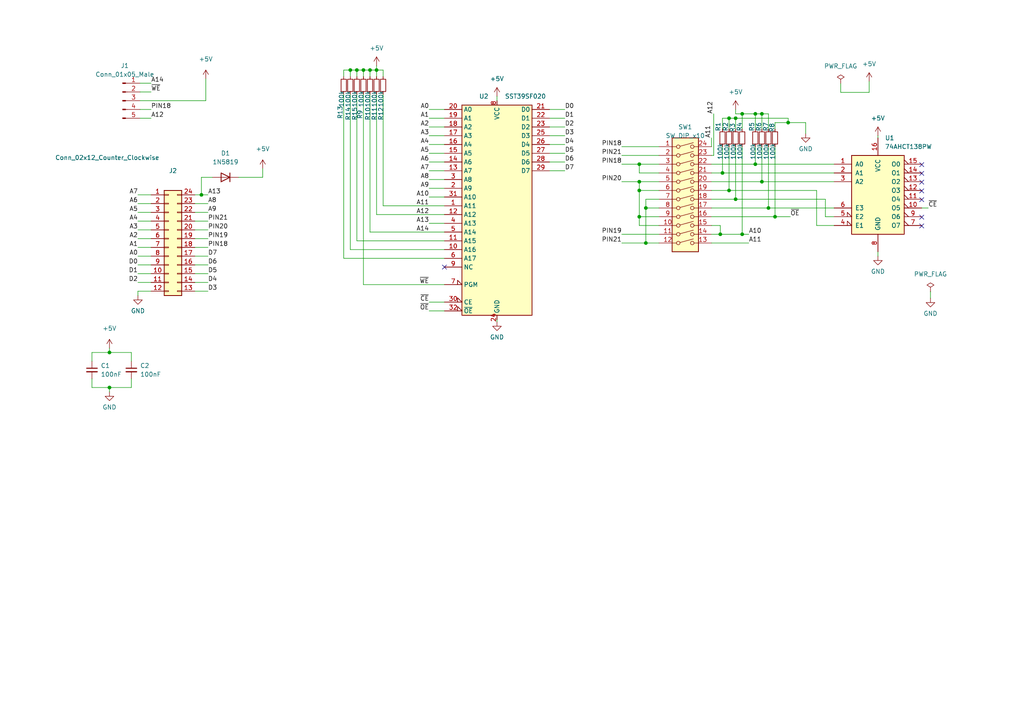
<source format=kicad_sch>
(kicad_sch (version 20230121) (generator eeschema)
  (paper "A4")
  (title_block (title "EPROM Replacer") (date "2022-09-24") (rev "1.01"))
  (lib_symbols
    (symbol "74xx:74LS138" (pin_names (offset 1.016))
      (property "Reference" "U" (at -7.62 11.43 0))
      (property "Value" "74LS138" (at -7.62 -13.97 0))
      (symbol "74LS138_1_0"
        (pin input line (at -12.7 7.62 0) (length 5.08) (name "A0") (number "1"))
        (pin output output_low (at 12.7 -5.08 180) (length 5.08) (name "O5") (number "10"))
        (pin output output_low (at 12.7 -2.54 180) (length 5.08) (name "O4") (number "11"))
        (pin output output_low (at 12.7 0 180) (length 5.08) (name "O3") (number "12"))
        (pin output output_low (at 12.7 2.54 180) (length 5.08) (name "O2") (number "13"))
        (pin output output_low (at 12.7 5.08 180) (length 5.08) (name "O1") (number "14"))
        (pin output output_low (at 12.7 7.62 180) (length 5.08) (name "O0") (number "15"))
        (pin power_in line (at 0 15.24 270) (length 5.08) (name "VCC") (number "16"))
        (pin input line (at -12.7 5.08 0) (length 5.08) (name "A1") (number "2"))
        (pin input line (at -12.7 2.54 0) (length 5.08) (name "A2") (number "3"))
        (pin input input_low (at -12.7 -10.16 0) (length 5.08) (name "E1") (number "4"))
        (pin input input_low (at -12.7 -7.62 0) (length 5.08) (name "E2") (number "5"))
        (pin input line (at -12.7 -5.08 0) (length 5.08) (name "E3") (number "6"))
        (pin output output_low (at 12.7 -10.16 180) (length 5.08) (name "O7") (number "7"))
        (pin power_in line (at 0 -17.78 90) (length 5.08) (name "GND") (number "8"))
        (pin output output_low (at 12.7 -7.62 180) (length 5.08) (name "O6") (number "9"))
      )
      (symbol "74LS138_1_1"
        (rectangle (start -7.62 10.16) (end 7.62 -12.7) (stroke (width 0.254)) (fill (type background)))
      )
    )
    (symbol "Connector:Conn_01x05_Male" (pin_names (offset 1.016) hide)
      (property "Reference" "J" (at 0 7.62 0))
      (property "Value" "Conn_01x05_Male" (at 0 -7.62 0))
      (symbol "Conn_01x05_Male_1_1"
        (polyline (pts (xy 1.27 -5.08) (xy 0.8636 -5.08)) (stroke (width 0.1524)))
        (polyline (pts (xy 1.27 -2.54) (xy 0.8636 -2.54)) (stroke (width 0.1524)))
        (polyline (pts (xy 1.27 0) (xy 0.8636 0)) (stroke (width 0.1524)))
        (polyline (pts (xy 1.27 2.54) (xy 0.8636 2.54)) (stroke (width 0.1524)))
        (polyline (pts (xy 1.27 5.08) (xy 0.8636 5.08)) (stroke (width 0.1524)))
        (rectangle (start 0.8636 -4.953) (end 0 -5.207) (stroke (width 0.1524)) (fill (type outline)))
        (rectangle (start 0.8636 -2.413) (end 0 -2.667) (stroke (width 0.1524)) (fill (type outline)))
        (rectangle (start 0.8636 0.127) (end 0 -0.127) (stroke (width 0.1524)) (fill (type outline)))
        (rectangle (start 0.8636 2.667) (end 0 2.413) (stroke (width 0.1524)) (fill (type outline)))
        (rectangle (start 0.8636 5.207) (end 0 4.953) (stroke (width 0.1524)) (fill (type outline)))
        (pin passive line (at 5.08 5.08 180) (length 3.81) (name "Pin_1") (number "1"))
        (pin passive line (at 5.08 2.54 180) (length 3.81) (name "Pin_2") (number "2"))
        (pin passive line (at 5.08 0 180) (length 3.81) (name "Pin_3") (number "3"))
        (pin passive line (at 5.08 -2.54 180) (length 3.81) (name "Pin_4") (number "4"))
        (pin passive line (at 5.08 -5.08 180) (length 3.81) (name "Pin_5") (number "5"))
      )
    )
    (symbol "Connector_Generic:Conn_02x12_Counter_Clockwise" (pin_names (offset 1.016) hide)
      (property "Reference" "J" (at 1.27 15.24 0))
      (property "Value" "Conn_02x12_Counter_Clockwise" (at 1.27 -17.78 0))
      (symbol "Conn_02x12_Counter_Clockwise_1_1"
        (rectangle (start -1.27 -15.113) (end 0 -15.367) (stroke (width 0.1524)))
        (rectangle (start -1.27 -12.573) (end 0 -12.827) (stroke (width 0.1524)))
        (rectangle (start -1.27 -10.033) (end 0 -10.287) (stroke (width 0.1524)))
        (rectangle (start -1.27 -7.493) (end 0 -7.747) (stroke (width 0.1524)))
        (rectangle (start -1.27 -4.953) (end 0 -5.207) (stroke (width 0.1524)))
        (rectangle (start -1.27 -2.413) (end 0 -2.667) (stroke (width 0.1524)))
        (rectangle (start -1.27 0.127) (end 0 -0.127) (stroke (width 0.1524)))
        (rectangle (start -1.27 2.667) (end 0 2.413) (stroke (width 0.1524)))
        (rectangle (start -1.27 5.207) (end 0 4.953) (stroke (width 0.1524)))
        (rectangle (start -1.27 7.747) (end 0 7.493) (stroke (width 0.1524)))
        (rectangle (start -1.27 10.287) (end 0 10.033) (stroke (width 0.1524)))
        (rectangle (start -1.27 12.827) (end 0 12.573) (stroke (width 0.1524)))
        (rectangle (start -1.27 13.97) (end 3.81 -16.51) (stroke (width 0.254)) (fill (type background)))
        (rectangle (start 3.81 -15.113) (end 2.54 -15.367) (stroke (width 0.1524)))
        (rectangle (start 3.81 -12.573) (end 2.54 -12.827) (stroke (width 0.1524)))
        (rectangle (start 3.81 -10.033) (end 2.54 -10.287) (stroke (width 0.1524)))
        (rectangle (start 3.81 -7.493) (end 2.54 -7.747) (stroke (width 0.1524)))
        (rectangle (start 3.81 -4.953) (end 2.54 -5.207) (stroke (width 0.1524)))
        (rectangle (start 3.81 -2.413) (end 2.54 -2.667) (stroke (width 0.1524)))
        (rectangle (start 3.81 0.127) (end 2.54 -0.127) (stroke (width 0.1524)))
        (rectangle (start 3.81 2.667) (end 2.54 2.413) (stroke (width 0.1524)))
        (rectangle (start 3.81 5.207) (end 2.54 4.953) (stroke (width 0.1524)))
        (rectangle (start 3.81 7.747) (end 2.54 7.493) (stroke (width 0.1524)))
        (rectangle (start 3.81 10.287) (end 2.54 10.033) (stroke (width 0.1524)))
        (rectangle (start 3.81 12.827) (end 2.54 12.573) (stroke (width 0.1524)))
        (pin passive line (at -5.08 12.7 0) (length 3.81) (name "Pin_1") (number "1"))
        (pin passive line (at -5.08 -10.16 0) (length 3.81) (name "Pin_10") (number "10"))
        (pin passive line (at -5.08 -12.7 0) (length 3.81) (name "Pin_11") (number "11"))
        (pin passive line (at -5.08 -15.24 0) (length 3.81) (name "Pin_12") (number "12"))
        (pin passive line (at 7.62 -15.24 180) (length 3.81) (name "Pin_13") (number "13"))
        (pin passive line (at 7.62 -12.7 180) (length 3.81) (name "Pin_14") (number "14"))
        (pin passive line (at 7.62 -10.16 180) (length 3.81) (name "Pin_15") (number "15"))
        (pin passive line (at 7.62 -7.62 180) (length 3.81) (name "Pin_16") (number "16"))
        (pin passive line (at 7.62 -5.08 180) (length 3.81) (name "Pin_17") (number "17"))
        (pin passive line (at 7.62 -2.54 180) (length 3.81) (name "Pin_18") (number "18"))
        (pin passive line (at 7.62 0 180) (length 3.81) (name "Pin_19") (number "19"))
        (pin passive line (at -5.08 10.16 0) (length 3.81) (name "Pin_2") (number "2"))
        (pin passive line (at 7.62 2.54 180) (length 3.81) (name "Pin_20") (number "20"))
        (pin passive line (at 7.62 5.08 180) (length 3.81) (name "Pin_21") (number "21"))
        (pin passive line (at 7.62 7.62 180) (length 3.81) (name "Pin_22") (number "22"))
        (pin passive line (at 7.62 10.16 180) (length 3.81) (name "Pin_23") (number "23"))
        (pin passive line (at 7.62 12.7 180) (length 3.81) (name "Pin_24") (number "24"))
        (pin passive line (at -5.08 7.62 0) (length 3.81) (name "Pin_3") (number "3"))
        (pin passive line (at -5.08 5.08 0) (length 3.81) (name "Pin_4") (number "4"))
        (pin passive line (at -5.08 2.54 0) (length 3.81) (name "Pin_5") (number "5"))
        (pin passive line (at -5.08 0 0) (length 3.81) (name "Pin_6") (number "6"))
        (pin passive line (at -5.08 -2.54 0) (length 3.81) (name "Pin_7") (number "7"))
        (pin passive line (at -5.08 -5.08 0) (length 3.81) (name "Pin_8") (number "8"))
        (pin passive line (at -5.08 -7.62 0) (length 3.81) (name "Pin_9") (number "9"))
      )
    )
    (symbol "Device:C_Small" (pin_numbers hide) (pin_names (offset 0.254) hide)
      (property "Reference" "C" (at 0.254 1.778 0))
      (property "Value" "C_Small" (at 0.254 -2.032 0))
      (symbol "C_Small_0_1"
        (polyline (pts (xy -1.524 -0.508) (xy 1.524 -0.508)) (stroke (width 0.3302)))
        (polyline (pts (xy -1.524 0.508) (xy 1.524 0.508)) (stroke (width 0.3048)))
      )
      (symbol "C_Small_1_1"
        (pin passive line (at 0 2.54 270) (length 2.032) (name "~") (number "1"))
        (pin passive line (at 0 -2.54 90) (length 2.032) (name "~") (number "2"))
      )
    )
    (symbol "Device:D" (pin_numbers hide) (pin_names (offset 1.016) hide)
      (property "Reference" "D" (at 0 2.54 0))
      (property "Value" "D" (at 0 -2.54 0))
      (symbol "D_0_1"
        (polyline (pts (xy -1.27 1.27) (xy -1.27 -1.27)) (stroke (width 0.254)))
        (polyline (pts (xy 1.27 0) (xy -1.27 0)))
        (polyline (pts (xy 1.27 1.27) (xy 1.27 -1.27) (xy -1.27 0) (xy 1.27 1.27)) (stroke (width 0.254)))
      )
      (symbol "D_1_1"
        (pin passive line (at -3.81 0 0) (length 2.54) (name "K") (number "1"))
        (pin passive line (at 3.81 0 180) (length 2.54) (name "A") (number "2"))
      )
    )
    (symbol "Device:R_Small" (pin_numbers hide) (pin_names (offset 0.254) hide)
      (property "Reference" "R" (at 0.762 0.508 0))
      (property "Value" "R_Small" (at 0.762 -1.016 0))
      (symbol "R_Small_0_1"
        (rectangle (start -0.762 1.778) (end 0.762 -1.778) (stroke (width 0.2032)))
      )
      (symbol "R_Small_1_1"
        (pin passive line (at 0 2.54 270) (length 0.762) (name "~") (number "1"))
        (pin passive line (at 0 -2.54 90) (length 0.762) (name "~") (number "2"))
      )
    )
    (symbol "Switch:SW_DIP_x12" (pin_names (offset 0) hide)
      (property "Reference" "SW" (at 0 19.05 0))
      (property "Value" "SW_DIP_x12" (at 0 -16.51 0))
      (symbol "SW_DIP_x12_0_0"
        (circle (center -2.032 -12.7) (radius 0.508))
        (circle (center -2.032 -10.16) (radius 0.508))
        (circle (center -2.032 -7.62) (radius 0.508))
        (circle (center -2.032 -5.08) (radius 0.508))
        (circle (center -2.032 -2.54) (radius 0.508))
        (circle (center -2.032 0) (radius 0.508))
        (circle (center -2.032 2.54) (radius 0.508))
        (circle (center -2.032 5.08) (radius 0.508))
        (circle (center -2.032 7.62) (radius 0.508))
        (circle (center -2.032 10.16) (radius 0.508))
        (circle (center -2.032 12.7) (radius 0.508))
        (circle (center -2.032 15.24) (radius 0.508))
        (polyline (pts (xy -1.524 -12.5476) (xy 2.3622 -11.5062)))
        (polyline (pts (xy -1.524 -10.0076) (xy 2.3622 -8.9662)))
        (polyline (pts (xy -1.524 -7.4676) (xy 2.3622 -6.4262)))
        (polyline (pts (xy -1.524 -4.9276) (xy 2.3622 -3.8862)))
        (polyline (pts (xy -1.524 -2.3876) (xy 2.3622 -1.3462)))
        (polyline (pts (xy -1.524 0.127) (xy 2.3622 1.1684)))
        (polyline (pts (xy -1.524 2.667) (xy 2.3622 3.7084)))
        (polyline (pts (xy -1.524 5.207) (xy 2.3622 6.2484)))
        (polyline (pts (xy -1.524 7.747) (xy 2.3622 8.7884)))
        (polyline (pts (xy -1.524 10.287) (xy 2.3622 11.3284)))
        (polyline (pts (xy -1.524 12.827) (xy 2.3622 13.8684)))
        (polyline (pts (xy -1.524 15.367) (xy 2.3622 16.4084)))
        (circle (center 2.032 -12.7) (radius 0.508))
        (circle (center 2.032 -10.16) (radius 0.508))
        (circle (center 2.032 -7.62) (radius 0.508))
        (circle (center 2.032 -5.08) (radius 0.508))
        (circle (center 2.032 -2.54) (radius 0.508))
        (circle (center 2.032 0) (radius 0.508))
        (circle (center 2.032 2.54) (radius 0.508))
        (circle (center 2.032 5.08) (radius 0.508))
        (circle (center 2.032 7.62) (radius 0.508))
        (circle (center 2.032 10.16) (radius 0.508))
        (circle (center 2.032 12.7) (radius 0.508))
        (circle (center 2.032 15.24) (radius 0.508))
      )
      (symbol "SW_DIP_x12_0_1"
        (rectangle (start -3.81 17.78) (end 3.81 -15.24) (stroke (width 0.254)) (fill (type background)))
      )
      (symbol "SW_DIP_x12_1_1"
        (pin passive line (at -7.62 15.24 0) (length 5.08) (name "~") (number "1"))
        (pin passive line (at -7.62 -7.62 0) (length 5.08) (name "~") (number "10"))
        (pin passive line (at -7.62 -10.16 0) (length 5.08) (name "~") (number "11"))
        (pin passive line (at -7.62 -12.7 0) (length 5.08) (name "~") (number "12"))
        (pin passive line (at 7.62 -12.7 180) (length 5.08) (name "~") (number "13"))
        (pin passive line (at 7.62 -10.16 180) (length 5.08) (name "~") (number "14"))
        (pin passive line (at 7.62 -7.62 180) (length 5.08) (name "~") (number "15"))
        (pin passive line (at 7.62 -5.08 180) (length 5.08) (name "~") (number "16"))
        (pin passive line (at 7.62 -2.54 180) (length 5.08) (name "~") (number "17"))
        (pin passive line (at 7.62 0 180) (length 5.08) (name "~") (number "18"))
        (pin passive line (at 7.62 2.54 180) (length 5.08) (name "~") (number "19"))
        (pin passive line (at -7.62 12.7 0) (length 5.08) (name "~") (number "2"))
        (pin passive line (at 7.62 5.08 180) (length 5.08) (name "~") (number "20"))
        (pin passive line (at 7.62 7.62 180) (length 5.08) (name "~") (number "21"))
        (pin passive line (at 7.62 10.16 180) (length 5.08) (name "~") (number "22"))
        (pin passive line (at 7.62 12.7 180) (length 5.08) (name "~") (number "23"))
        (pin passive line (at 7.62 15.24 180) (length 5.08) (name "~") (number "24"))
        (pin passive line (at -7.62 10.16 0) (length 5.08) (name "~") (number "3"))
        (pin passive line (at -7.62 7.62 0) (length 5.08) (name "~") (number "4"))
        (pin passive line (at -7.62 5.08 0) (length 5.08) (name "~") (number "5"))
        (pin passive line (at -7.62 2.54 0) (length 5.08) (name "~") (number "6"))
        (pin passive line (at -7.62 0 0) (length 5.08) (name "~") (number "7"))
        (pin passive line (at -7.62 -2.54 0) (length 5.08) (name "~") (number "8"))
        (pin passive line (at -7.62 -5.08 0) (length 5.08) (name "~") (number "9"))
      )
    )
    (symbol "eprom_replacer:SST39SF020_tsop"
      (property "Reference" "U" (at 2.54 33.02 0))
      (property "Value" "SST39SF020_tsop" (at -0.635 -32.385 0))
      (symbol "SST39SF020_tsop_0_0"
        (pin power_in line (at 0 -30.48 90) (length 1.27) (name "GND") (number "24"))
        (pin power_in line (at 0 33.02 270) (length 1.27) (name "VCC") (number "8"))
      )
      (symbol "SST39SF020_tsop_0_1"
        (rectangle (start -10.16 31.75) (end 10.16 -29.21) (stroke (width 0.254)) (fill (type background)))
      )
      (symbol "SST39SF020_tsop_1_1"
        (pin input line (at -15.24 2.54 0) (length 5.08) (name "A11") (number "1"))
        (pin input line (at -15.24 -10.16 0) (length 5.08) (name "A16") (number "10"))
        (pin input line (at -15.24 -7.62 0) (length 5.08) (name "A15") (number "11"))
        (pin input line (at -15.24 0 0) (length 5.08) (name "A12") (number "12"))
        (pin input line (at -15.24 12.7 0) (length 5.08) (name "A7") (number "13"))
        (pin input line (at -15.24 15.24 0) (length 5.08) (name "A6") (number "14"))
        (pin input line (at -15.24 17.78 0) (length 5.08) (name "A5") (number "15"))
        (pin input line (at -15.24 20.32 0) (length 5.08) (name "A4") (number "16"))
        (pin input line (at -15.24 22.86 0) (length 5.08) (name "A3") (number "17"))
        (pin input line (at -15.24 25.4 0) (length 5.08) (name "A2") (number "18"))
        (pin input line (at -15.24 27.94 0) (length 5.08) (name "A1") (number "19"))
        (pin input line (at -15.24 7.62 0) (length 5.08) (name "A9") (number "2"))
        (pin input line (at -15.24 30.48 0) (length 5.08) (name "A0") (number "20"))
        (pin tri_state line (at 15.24 30.48 180) (length 5.08) (name "D0") (number "21"))
        (pin tri_state line (at 15.24 27.94 180) (length 5.08) (name "D1") (number "22"))
        (pin tri_state line (at 15.24 25.4 180) (length 5.08) (name "D2") (number "23"))
        (pin tri_state line (at 15.24 22.86 180) (length 5.08) (name "D3") (number "25"))
        (pin tri_state line (at 15.24 20.32 180) (length 5.08) (name "D4") (number "26"))
        (pin tri_state line (at 15.24 17.78 180) (length 5.08) (name "D5") (number "27"))
        (pin tri_state line (at 15.24 15.24 180) (length 5.08) (name "D6") (number "28"))
        (pin tri_state line (at 15.24 12.7 180) (length 5.08) (name "D7") (number "29"))
        (pin input line (at -15.24 10.16 0) (length 5.08) (name "A8") (number "3"))
        (pin input input_low (at -15.24 -25.4 0) (length 5.08) (name "CE") (number "30"))
        (pin input line (at -15.24 5.08 0) (length 5.08) (name "A10") (number "31"))
        (pin input input_low (at -15.24 -27.94 0) (length 5.08) (name "~{OE}") (number "32"))
        (pin input line (at -15.24 -2.54 0) (length 5.08) (name "A13") (number "4"))
        (pin input line (at -15.24 -5.08 0) (length 5.08) (name "A14") (number "5"))
        (pin input line (at -15.24 -12.7 0) (length 5.08) (name "A17") (number "6"))
        (pin input input_low (at -15.24 -20.32 0) (length 5.08) (name "PGM") (number "7"))
        (pin input line (at -15.24 -15.24 0) (length 5.08) (name "NC") (number "9"))
      )
    )
    (symbol "power:+5V" (power) (pin_names (offset 0))
      (property "Value" "+5V" (at 0 3.556 0))
      (symbol "+5V_0_1"
        (polyline (pts (xy -0.762 1.27) (xy 0 2.54)))
        (polyline (pts (xy 0 0) (xy 0 2.54)))
        (polyline (pts (xy 0 2.54) (xy 0.762 1.27)))
      )
      (symbol "+5V_1_1"
        (pin power_in line (at 0 0 90) (length 0) hide (name "+5V") (number "1"))
      )
    )
    (symbol "power:GND" (power) (pin_names (offset 0))
      (property "Value" "GND" (at 0 -3.81 0))
      (symbol "GND_0_1"
        (polyline (pts (xy 0 0) (xy 0 -1.27) (xy 1.27 -1.27) (xy 0 -2.54) (xy -1.27 -1.27) (xy 0 -1.27)))
      )
      (symbol "GND_1_1"
        (pin power_in line (at 0 0 270) (length 0) hide (name "GND") (number "1"))
      )
    )
    (symbol "power:PWR_FLAG" (power) (pin_numbers hide) (pin_names (offset 0) hide)
      (property "Value" "PWR_FLAG" (at 0 3.81 0))
      (symbol "PWR_FLAG_0_0"
        (pin power_out line (at 0 0 90) (length 0) (name "pwr") (number "1"))
      )
      (symbol "PWR_FLAG_0_1"
        (polyline (pts (xy 0 0) (xy 0 1.27) (xy -1.016 1.905) (xy 0 2.54) (xy 1.016 1.905) (xy 0 1.27)))
      )
    )
  )
  (junction (at 185.42 55.245))
  (junction (at 222.885 60.325))
  (junction (at 58.42 56.515))
  (junction (at 213.36 57.785))
  (junction (at 31.75 102.235))
  (junction (at 209.55 50.165))
  (junction (at 101.6 20.32))
  (junction (at 185.42 62.865))
  (junction (at 187.325 60.325))
  (junction (at 185.42 52.705))
  (junction (at 215.265 33.02))
  (junction (at 211.455 55.245))
  (junction (at 224.79 62.865))
  (junction (at 185.42 47.625))
  (junction (at 220.98 33.02))
  (junction (at 107.315 20.32))
  (junction (at 213.36 34.29))
  (junction (at 211.455 34.29))
  (junction (at 31.75 112.395))
  (junction (at 220.98 52.705))
  (junction (at 208.915 67.945))
  (junction (at 215.265 67.945))
  (junction (at 105.41 20.32))
  (junction (at 228.6 35.56))
  (junction (at 219.075 33.02))
  (junction (at 103.505 20.32))
  (junction (at 187.325 70.485))
  (junction (at 219.075 47.625))
  (junction (at 109.22 20.32))
  (no_connect (at 267.335 55.372))
  (no_connect (at 267.335 62.992))
  (no_connect (at 267.335 47.752))
  (no_connect (at 267.335 57.912))
  (no_connect (at 128.905 77.47))
  (no_connect (at 267.335 50.292))
  (no_connect (at 267.335 65.532))
  (no_connect (at 267.335 52.832))
  (wire (pts (xy 124.46 57.15) (xy 128.905 57.15)))
  (wire (pts (xy 58.42 56.515) (xy 58.42 51.435)))
  (wire (pts (xy 107.315 20.32) (xy 107.315 22.225)))
  (wire (pts (xy 213.36 34.29) (xy 228.6 34.29)))
  (wire (pts (xy 187.325 70.485) (xy 191.135 70.485)))
  (wire (pts (xy 159.385 39.37) (xy 163.83 39.37)))
  (wire (pts (xy 180.34 45.085) (xy 191.135 45.085)))
  (wire (pts (xy 60.325 56.515) (xy 58.42 56.515)))
  (wire (pts (xy 40.005 84.455) (xy 43.815 84.455)))
  (wire (pts (xy 159.385 44.45) (xy 163.83 44.45)))
  (wire (pts (xy 40.005 71.755) (xy 43.815 71.755)))
  (wire (pts (xy 241.935 62.865) (xy 239.395 62.865)))
  (wire (pts (xy 124.46 64.77) (xy 128.905 64.77)))
  (wire (pts (xy 40.64 31.75) (xy 43.815 31.75)))
  (wire (pts (xy 180.34 67.945) (xy 191.135 67.945)))
  (wire (pts (xy 220.98 33.02) (xy 220.98 37.465)))
  (wire (pts (xy 180.34 70.485) (xy 187.325 70.485)))
  (wire (pts (xy 185.42 62.865) (xy 185.42 65.405)))
  (wire (pts (xy 26.67 109.855) (xy 26.67 112.395)))
  (wire (pts (xy 269.875 84.582) (xy 269.875 86.487)))
  (wire (pts (xy 206.375 65.405) (xy 208.915 65.405)))
  (wire (pts (xy 124.46 46.99) (xy 128.905 46.99)))
  (wire (pts (xy 40.005 79.375) (xy 43.815 79.375)))
  (wire (pts (xy 40.005 59.055) (xy 43.815 59.055)))
  (wire (pts (xy 101.6 20.32) (xy 103.505 20.32)))
  (wire (pts (xy 215.265 33.02) (xy 213.36 33.02)))
  (wire (pts (xy 103.505 20.32) (xy 105.41 20.32)))
  (wire (pts (xy 40.005 81.915) (xy 43.815 81.915)))
  (wire (pts (xy 40.64 29.21) (xy 59.69 29.21)))
  (wire (pts (xy 217.17 67.945) (xy 215.265 67.945)))
  (wire (pts (xy 219.075 33.02) (xy 219.075 37.465)))
  (wire (pts (xy 185.42 47.625) (xy 185.42 50.165)))
  (wire (pts (xy 40.64 34.29) (xy 43.815 34.29)))
  (wire (pts (xy 215.265 42.545) (xy 215.265 67.945)))
  (wire (pts (xy 185.42 52.705) (xy 191.135 52.705)))
  (wire (pts (xy 159.385 34.29) (xy 163.83 34.29)))
  (wire (pts (xy 124.46 39.37) (xy 128.905 39.37)))
  (wire (pts (xy 38.1 112.395) (xy 38.1 109.855)))
  (wire (pts (xy 31.75 100.965) (xy 31.75 102.235)))
  (wire (pts (xy 254.635 39.37) (xy 254.635 40.005)))
  (wire (pts (xy 111.125 27.305) (xy 111.125 59.69)))
  (wire (pts (xy 159.385 36.83) (xy 163.83 36.83)))
  (wire (pts (xy 191.135 57.785) (xy 187.325 57.785)))
  (wire (pts (xy 206.375 50.165) (xy 209.55 50.165)))
  (wire (pts (xy 31.75 102.235) (xy 38.1 102.235)))
  (wire (pts (xy 40.005 56.515) (xy 43.815 56.515)))
  (wire (pts (xy 180.34 52.705) (xy 185.42 52.705)))
  (wire (pts (xy 243.84 26.797) (xy 252.095 26.797)))
  (wire (pts (xy 99.695 74.93) (xy 99.695 27.305)))
  (wire (pts (xy 31.75 112.395) (xy 38.1 112.395)))
  (wire (pts (xy 185.42 47.625) (xy 191.135 47.625)))
  (wire (pts (xy 107.315 27.305) (xy 107.315 67.31)))
  (wire (pts (xy 124.46 87.63) (xy 128.905 87.63)))
  (wire (pts (xy 185.42 55.245) (xy 191.135 55.245)))
  (wire (pts (xy 103.505 69.85) (xy 128.905 69.85)))
  (wire (pts (xy 109.22 19.05) (xy 109.22 20.32)))
  (wire (pts (xy 109.22 62.23) (xy 128.905 62.23)))
  (wire (pts (xy 107.315 67.31) (xy 128.905 67.31)))
  (wire (pts (xy 206.375 52.705) (xy 220.98 52.705)))
  (wire (pts (xy 187.325 60.325) (xy 187.325 70.485)))
  (wire (pts (xy 206.375 40.005) (xy 206.375 42.545)))
  (wire (pts (xy 58.42 56.515) (xy 56.515 56.515)))
  (wire (pts (xy 109.22 27.305) (xy 109.22 62.23)))
  (wire (pts (xy 220.98 52.705) (xy 241.935 52.705)))
  (wire (pts (xy 60.325 79.375) (xy 56.515 79.375)))
  (wire (pts (xy 101.6 20.32) (xy 101.6 22.225)))
  (wire (pts (xy 213.36 31.75) (xy 213.36 33.02)))
  (wire (pts (xy 211.455 55.245) (xy 236.855 55.245)))
  (wire (pts (xy 206.375 47.625) (xy 219.075 47.625)))
  (wire (pts (xy 60.325 71.755) (xy 56.515 71.755)))
  (wire (pts (xy 103.505 20.32) (xy 103.505 22.225)))
  (wire (pts (xy 38.1 102.235) (xy 38.1 104.775)))
  (wire (pts (xy 124.46 54.61) (xy 128.905 54.61)))
  (wire (pts (xy 124.46 36.83) (xy 128.905 36.83)))
  (wire (pts (xy 124.46 41.91) (xy 128.905 41.91)))
  (wire (pts (xy 222.885 33.02) (xy 220.98 33.02)))
  (wire (pts (xy 254.635 73.025) (xy 254.635 74.295)))
  (wire (pts (xy 60.325 66.675) (xy 56.515 66.675)))
  (wire (pts (xy 185.42 65.405) (xy 191.135 65.405)))
  (wire (pts (xy 40.005 69.215) (xy 43.815 69.215)))
  (wire (pts (xy 60.325 59.055) (xy 56.515 59.055)))
  (wire (pts (xy 208.915 67.945) (xy 206.375 67.945)))
  (wire (pts (xy 60.325 81.915) (xy 56.515 81.915)))
  (wire (pts (xy 206.375 45.085) (xy 207.01 45.085)))
  (wire (pts (xy 31.75 112.395) (xy 31.75 113.665)))
  (wire (pts (xy 209.55 50.165) (xy 241.935 50.165)))
  (wire (pts (xy 236.855 65.405) (xy 236.855 55.245)))
  (wire (pts (xy 144.145 92.71) (xy 144.145 93.345)))
  (wire (pts (xy 60.325 76.835) (xy 56.515 76.835)))
  (wire (pts (xy 224.79 35.56) (xy 224.79 37.465)))
  (wire (pts (xy 159.385 49.53) (xy 163.83 49.53)))
  (wire (pts (xy 185.42 50.165) (xy 191.135 50.165)))
  (wire (pts (xy 215.265 67.945) (xy 208.915 67.945)))
  (wire (pts (xy 209.55 42.545) (xy 209.55 50.165)))
  (wire (pts (xy 26.67 112.395) (xy 31.75 112.395)))
  (wire (pts (xy 59.69 22.86) (xy 59.69 29.21)))
  (wire (pts (xy 211.455 34.29) (xy 211.455 37.465)))
  (wire (pts (xy 206.375 62.865) (xy 224.79 62.865)))
  (wire (pts (xy 124.46 90.17) (xy 128.905 90.17)))
  (wire (pts (xy 60.325 61.595) (xy 56.515 61.595)))
  (wire (pts (xy 224.79 42.545) (xy 224.79 62.865)))
  (wire (pts (xy 40.005 66.675) (xy 43.815 66.675)))
  (wire (pts (xy 109.22 20.32) (xy 109.22 22.225)))
  (wire (pts (xy 206.375 60.325) (xy 222.885 60.325)))
  (wire (pts (xy 76.2 48.895) (xy 76.2 51.435)))
  (wire (pts (xy 224.79 62.865) (xy 229.235 62.865)))
  (wire (pts (xy 159.385 41.91) (xy 163.83 41.91)))
  (wire (pts (xy 239.395 62.865) (xy 239.395 57.785)))
  (wire (pts (xy 144.145 27.94) (xy 144.145 29.21)))
  (wire (pts (xy 209.55 34.29) (xy 209.55 37.465)))
  (wire (pts (xy 111.125 59.69) (xy 128.905 59.69)))
  (wire (pts (xy 159.385 46.99) (xy 163.83 46.99)))
  (wire (pts (xy 105.41 27.305) (xy 105.41 82.55)))
  (wire (pts (xy 213.36 57.785) (xy 206.375 57.785)))
  (wire (pts (xy 217.17 70.485) (xy 206.375 70.485)))
  (wire (pts (xy 187.325 60.325) (xy 191.135 60.325)))
  (wire (pts (xy 213.36 42.545) (xy 213.36 57.785)))
  (wire (pts (xy 222.885 42.545) (xy 222.885 60.325)))
  (wire (pts (xy 239.395 57.785) (xy 213.36 57.785)))
  (wire (pts (xy 40.005 61.595) (xy 43.815 61.595)))
  (wire (pts (xy 101.6 72.39) (xy 128.905 72.39)))
  (wire (pts (xy 211.455 34.29) (xy 209.55 34.29)))
  (wire (pts (xy 69.215 51.435) (xy 76.2 51.435)))
  (wire (pts (xy 213.36 34.29) (xy 213.36 37.465)))
  (wire (pts (xy 180.34 47.625) (xy 185.42 47.625)))
  (wire (pts (xy 222.885 33.02) (xy 222.885 37.465)))
  (wire (pts (xy 105.41 20.32) (xy 105.41 22.225)))
  (wire (pts (xy 124.46 31.75) (xy 128.905 31.75)))
  (wire (pts (xy 107.315 20.32) (xy 105.41 20.32)))
  (wire (pts (xy 224.79 35.56) (xy 228.6 35.56)))
  (wire (pts (xy 124.46 52.07) (xy 128.905 52.07)))
  (wire (pts (xy 26.67 104.775) (xy 26.67 102.235)))
  (wire (pts (xy 220.98 33.02) (xy 219.075 33.02)))
  (wire (pts (xy 222.885 60.325) (xy 241.935 60.325)))
  (wire (pts (xy 124.46 49.53) (xy 128.905 49.53)))
  (wire (pts (xy 243.84 24.257) (xy 243.84 26.797)))
  (wire (pts (xy 26.67 102.235) (xy 31.75 102.235)))
  (wire (pts (xy 215.265 33.02) (xy 215.265 37.465)))
  (wire (pts (xy 103.505 69.85) (xy 103.505 27.305)))
  (wire (pts (xy 109.22 20.32) (xy 107.315 20.32)))
  (wire (pts (xy 207.01 33.02) (xy 207.01 45.085)))
  (wire (pts (xy 185.42 55.245) (xy 185.42 62.865)))
  (wire (pts (xy 99.695 74.93) (xy 128.905 74.93)))
  (wire (pts (xy 60.325 84.455) (xy 56.515 84.455)))
  (wire (pts (xy 124.46 44.45) (xy 128.905 44.45)))
  (wire (pts (xy 40.005 74.295) (xy 43.815 74.295)))
  (wire (pts (xy 60.325 74.295) (xy 56.515 74.295)))
  (wire (pts (xy 219.075 42.545) (xy 219.075 47.625)))
  (wire (pts (xy 40.005 84.455) (xy 40.005 85.725)))
  (wire (pts (xy 159.385 31.75) (xy 163.83 31.75)))
  (wire (pts (xy 60.325 64.135) (xy 56.515 64.135)))
  (wire (pts (xy 267.335 60.325) (xy 269.24 60.325)))
  (wire (pts (xy 111.125 20.32) (xy 111.125 22.225)))
  (wire (pts (xy 219.075 33.02) (xy 215.265 33.02)))
  (wire (pts (xy 211.455 42.545) (xy 211.455 55.245)))
  (wire (pts (xy 187.325 57.785) (xy 187.325 60.325)))
  (wire (pts (xy 40.64 26.67) (xy 43.815 26.67)))
  (wire (pts (xy 109.22 20.32) (xy 111.125 20.32)))
  (wire (pts (xy 99.695 20.32) (xy 99.695 22.225)))
  (wire (pts (xy 40.005 64.135) (xy 43.815 64.135)))
  (wire (pts (xy 228.6 35.56) (xy 233.68 35.56)))
  (wire (pts (xy 180.34 42.545) (xy 191.135 42.545)))
  (wire (pts (xy 241.935 65.405) (xy 236.855 65.405)))
  (wire (pts (xy 233.68 35.56) (xy 233.68 38.735)))
  (wire (pts (xy 40.64 24.13) (xy 43.815 24.13)))
  (wire (pts (xy 185.42 52.705) (xy 185.42 55.245)))
  (wire (pts (xy 60.325 69.215) (xy 56.515 69.215)))
  (wire (pts (xy 99.695 20.32) (xy 101.6 20.32)))
  (wire (pts (xy 105.41 82.55) (xy 128.905 82.55)))
  (wire (pts (xy 124.46 34.29) (xy 128.905 34.29)))
  (wire (pts (xy 58.42 51.435) (xy 61.595 51.435)))
  (wire (pts (xy 208.915 65.405) (xy 208.915 67.945)))
  (wire (pts (xy 228.6 34.29) (xy 228.6 35.56)))
  (wire (pts (xy 206.375 55.245) (xy 211.455 55.245)))
  (wire (pts (xy 219.075 47.625) (xy 241.935 47.625)))
  (wire (pts (xy 220.98 42.545) (xy 220.98 52.705)))
  (wire (pts (xy 252.095 23.622) (xy 252.095 26.797)))
  (wire (pts (xy 101.6 72.39) (xy 101.6 27.305)))
  (wire (pts (xy 185.42 62.865) (xy 191.135 62.865)))
  (wire (pts (xy 40.005 76.835) (xy 43.815 76.835)))
  (wire (pts (xy 213.36 34.29) (xy 211.455 34.29)))
  (label "A13" (at 60.325 56.515 0))
  (label "~{WE}" (at 124.46 82.55 180))
  (label "A4" (at 124.46 41.91 180))
  (label "D3" (at 163.83 39.37 0))
  (label "A11" (at 124.46 59.69 180))
  (label "D2" (at 163.83 36.83 0))
  (label "A2" (at 124.46 36.83 180))
  (label "A13" (at 124.46 64.77 180))
  (label "A0" (at 124.46 31.75 180))
  (label "D7" (at 60.325 74.295 0))
  (label "~{WE}" (at 43.815 26.67 0))
  (label "PIN19" (at 180.34 67.945 180))
  (label "~{CE}" (at 124.46 87.63 180))
  (label "PIN19" (at 60.325 69.215 0))
  (label "A3" (at 124.46 39.37 180))
  (label "D5" (at 163.83 44.45 0))
  (label "A14" (at 124.46 67.31 180))
  (label "A1" (at 40.005 71.755 180))
  (label "A0" (at 40.005 74.295 180))
  (label "A1" (at 124.46 34.29 180))
  (label "A12" (at 43.815 34.29 0))
  (label "D4" (at 60.325 81.915 0))
  (label "PIN20" (at 60.325 66.675 0))
  (label "A8" (at 124.46 52.07 180))
  (label "A8" (at 60.325 59.055 0))
  (label "D1" (at 163.83 34.29 0))
  (label "A4" (at 40.005 64.135 180))
  (label "A12" (at 124.46 62.23 180))
  (label "PIN18" (at 180.34 42.545 180))
  (label "A9" (at 60.325 61.595 0))
  (label "D0" (at 40.005 76.835 180))
  (label "A2" (at 40.005 69.215 180))
  (label "PIN18" (at 180.34 47.625 180))
  (label "D6" (at 163.83 46.99 0))
  (label "A7" (at 40.005 56.515 180))
  (label "A3" (at 40.005 66.675 180))
  (label "PIN21" (at 60.325 64.135 0))
  (label "~{OE}" (at 124.46 90.17 180))
  (label "D0" (at 163.83 31.75 0))
  (label "PIN21" (at 180.34 70.485 180))
  (label "A11" (at 206.375 40.005 90))
  (label "PIN18" (at 43.815 31.75 0))
  (label "PIN18" (at 60.325 71.755 0))
  (label "D2" (at 40.005 81.915 180))
  (label "A12" (at 207.01 33.02 90))
  (label "A6" (at 124.46 46.99 180))
  (label "A10" (at 217.17 67.945 0))
  (label "D3" (at 60.325 84.455 0))
  (label "A11" (at 217.17 70.485 0))
  (label "A7" (at 124.46 49.53 180))
  (label "A6" (at 40.005 59.055 180))
  (label "D4" (at 163.83 41.91 0))
  (label "A10" (at 124.46 57.15 180))
  (label "PIN20" (at 180.34 52.705 180))
  (label "~{CE}" (at 269.24 60.325 0))
  (label "D7" (at 163.83 49.53 0))
  (label "A14" (at 43.815 24.13 0))
  (label "D5" (at 60.325 79.375 0))
  (label "D6" (at 60.325 76.835 0))
  (label "~{OE}" (at 229.235 62.865 0))
  (label "A5" (at 124.46 44.45 180))
  (label "PIN21" (at 180.34 45.085 180))
  (label "D1" (at 40.005 79.375 180))
  (label "A9" (at 124.46 54.61 180))
  (label "A5" (at 40.005 61.595 180))
  (symbol (lib_id "Device:D") (at 65.405 51.435 180) (unit 1)
    (property "Reference" "D1" (at 65.405 44.45 0))
    (property "Value" "1N5819" (at 65.405 46.99 0))
    (property "Footprint" "Diode_SMD:D_SOD-323" (effects hide))
    (property "LCSC" "C191023" (effects hide))
  )
  (symbol (lib_id "power:+5V") (at 76.2 48.895 0) (unit 1)
    (property "Reference" "#PWR0102" (effects hide))
    (property "Value" "+5V" (at 76.2 43.18 0))
  )
  (symbol (lib_id "Device:R_Small") (at 105.41 24.765 0) (unit 1)
    (property "Reference" "R9" (at 104.394 34.544 90) (effects (justify left)))
    (property "Value" "100k" (at 104.775 31.115 90) (effects (justify left)))
    (property "Footprint" "Resistor_SMD:R_0402_1005Metric" (effects hide))
    (property "LCSC" "C25741" (effects hide))
  )
  (symbol (lib_id "power:GND") (at 40.005 85.725 0) (unit 1)
    (property "Reference" "#PWR0105" (effects hide))
    (property "Value" "GND" (at 40.005 90.17 0))
  )
  (symbol (lib_id "power:+5V") (at 254.635 39.37 0) (unit 1)
    (property "Reference" "#PWR0107" (effects hide))
    (property "Value" "+5V" (at 254.635 34.29 0))
  )
  (symbol (lib_id "power:+5V") (at 59.69 22.86 0) (unit 1)
    (property "Reference" "#PWR0101" (effects hide))
    (property "Value" "+5V" (at 59.69 17.145 0))
  )
  (symbol (lib_id "Device:C_Small") (at 38.1 107.315 0) (unit 1)
    (property "Reference" "C2" (at 40.64 106.0512 0) (effects (justify left)))
    (property "Value" "100nF" (at 40.64 108.5912 0) (effects (justify left)))
    (property "Footprint" "Capacitor_SMD:C_0402_1005Metric" (effects hide))
    (property "LCSC" "C1525" (effects hide))
  )
  (symbol (lib_id "Device:R_Small") (at 222.885 40.005 0) (unit 1)
    (property "Reference" "R7" (at 222.123 38.1 90) (effects (justify left)))
    (property "Value" "100k" (at 222.25 46.355 90) (effects (justify left)))
    (property "Footprint" "Resistor_SMD:R_0402_1005Metric" (effects hide))
    (property "LCSC" "C25741" (effects hide))
  )
  (symbol (lib_id "Device:R_Small") (at 224.79 40.005 0) (unit 1)
    (property "Reference" "R8" (at 223.901 38.354 90) (effects (justify left)))
    (property "Value" "100k" (at 224.155 46.355 90) (effects (justify left)))
    (property "Footprint" "Resistor_SMD:R_0402_1005Metric" (effects hide))
    (property "LCSC" "C25741" (effects hide))
  )
  (symbol (lib_id "Device:R_Small") (at 107.315 24.765 0) (unit 1)
    (property "Reference" "R10" (at 106.68 34.925 90) (effects (justify left)))
    (property "Value" "100k" (at 106.68 31.115 90) (effects (justify left)))
    (property "Footprint" "Resistor_SMD:R_0402_1005Metric" (effects hide))
    (property "LCSC" "C25741" (effects hide))
  )
  (symbol (lib_id "eprom_replacer:SST39SF020_tsop") (at 144.145 62.23 0) (unit 1)
    (property "Reference" "U2" (at 140.335 27.94 0))
    (property "Value" "SST39SF020" (at 152.4 27.94 0))
    (property "Footprint" "Package_SO:TSOP-I-32_14.4x8mm_P0.5mm" (effects hide))
    (property "Datasheet" "http://ww1.microchip.com/downloads/en/DeviceDoc/25022B.pdf" (effects hide))
    (property "LCSC" "C8205" (effects hide))
  )
  (symbol (lib_id "power:+5V") (at 213.36 31.75 0) (unit 1)
    (property "Reference" "#PWR0110" (effects hide))
    (property "Value" "+5V" (at 213.36 26.67 0))
  )
  (symbol (lib_id "power:GND") (at 31.75 113.665 0) (unit 1)
    (property "Reference" "#PWR0112" (effects hide))
    (property "Value" "GND" (at 31.75 118.11 0))
  )
  (symbol (lib_id "power:+5V") (at 109.22 19.05 0) (unit 1)
    (property "Reference" "#PWR0104" (effects hide))
    (property "Value" "+5V" (at 109.22 13.97 0))
  )
  (symbol (lib_id "Device:R_Small") (at 211.455 40.005 0) (unit 1)
    (property "Reference" "R2" (at 210.439 38.1 90) (effects (justify left)))
    (property "Value" "100k" (at 210.82 46.355 90) (effects (justify left)))
    (property "Footprint" "Resistor_SMD:R_0402_1005Metric" (effects hide))
    (property "LCSC" "C25741" (effects hide))
  )
  (symbol (lib_id "Device:R_Small") (at 101.6 24.765 0) (unit 1)
    (property "Reference" "R14" (at 100.965 34.925 90) (effects (justify left)))
    (property "Value" "100k" (at 100.965 31.115 90) (effects (justify left)))
    (property "Footprint" "Resistor_SMD:R_0402_1005Metric" (effects hide))
    (property "LCSC" "C25741" (effects hide))
  )
  (symbol (lib_id "Connector:Conn_01x05_Male") (at 35.56 29.21 0) (unit 1)
    (property "Reference" "J1" (at 36.195 19.05 0))
    (property "Value" "Conn_01x05_Male" (at 36.195 21.59 0))
    (property "Footprint" "Connector_PinHeader_2.54mm:PinHeader_1x05_P2.54mm_Vertical" (effects hide))
  )
  (symbol (lib_id "Device:R_Small") (at 109.22 24.765 0) (unit 1)
    (property "Reference" "R11" (at 108.585 34.925 90) (effects (justify left)))
    (property "Value" "100k" (at 108.585 31.115 90) (effects (justify left)))
    (property "Footprint" "Resistor_SMD:R_0402_1005Metric" (effects hide))
    (property "LCSC" "C25741" (effects hide))
  )
  (symbol (lib_id "power:GND") (at 233.68 38.735 0) (unit 1)
    (property "Reference" "#PWR0108" (effects hide))
    (property "Value" "GND" (at 233.68 43.18 0))
  )
  (symbol (lib_id "power:+5V") (at 31.75 100.965 0) (unit 1)
    (property "Reference" "#PWR0113" (effects hide))
    (property "Value" "+5V" (at 31.75 95.25 0))
  )
  (symbol (lib_id "power:PWR_FLAG") (at 243.84 24.257 0) (unit 1)
    (property "Reference" "#FLG0101" (effects hide))
    (property "Value" "PWR_FLAG" (at 243.84 19.177 0))
  )
  (symbol (lib_id "Device:R_Small") (at 220.98 40.005 0) (unit 1)
    (property "Reference" "R6" (at 220.091 38.1 90) (effects (justify left)))
    (property "Value" "100k" (at 220.345 46.355 90) (effects (justify left)))
    (property "Footprint" "Resistor_SMD:R_0402_1005Metric" (effects hide))
    (property "LCSC" "C25741" (effects hide))
  )
  (symbol (lib_id "power:GND") (at 269.875 86.487 0) (unit 1)
    (property "Reference" "#PWR0115" (effects hide))
    (property "Value" "GND" (at 269.875 90.932 0))
  )
  (symbol (lib_id "Switch:SW_DIP_x12") (at 198.755 57.785 0) (unit 1)
    (property "Reference" "SW1" (at 198.755 36.83 0))
    (property "Value" "SW_DIP_x10" (at 198.755 39.37 0))
    (property "Footprint" "eprom_replacer:SW_DIP_SPSTx12_Slide_CTS_12LPSTJR_W5.8mm_P1.27mm_JPin" (effects hide))
  )
  (symbol (lib_id "74xx:74LS138") (at 254.635 55.245 0) (unit 1)
    (property "Reference" "U1" (at 256.6544 40.005 0) (effects (justify left)))
    (property "Value" "74AHCT138PW" (at 256.6544 42.545 0) (effects (justify left)))
    (property "Footprint" "Package_SO:TSSOP-16_4.4x5mm_P0.65mm" (effects hide))
    (property "Datasheet" "http://www.ti.com/lit/gpn/sn74LS138" (effects hide))
  )
  (symbol (lib_id "power:+5V") (at 252.095 23.622 0) (unit 1)
    (property "Reference" "#PWR0114" (effects hide))
    (property "Value" "+5V" (at 252.095 18.542 0))
  )
  (symbol (lib_id "power:PWR_FLAG") (at 269.875 84.582 0) (unit 1)
    (property "Reference" "#FLG0102" (effects hide))
    (property "Value" "PWR_FLAG" (at 269.875 79.502 0))
  )
  (symbol (lib_id "Device:R_Small") (at 213.36 40.005 0) (unit 1)
    (property "Reference" "R3" (at 212.471 38.354 90) (effects (justify left)))
    (property "Value" "100k" (at 212.725 46.355 90) (effects (justify left)))
    (property "Footprint" "Resistor_SMD:R_0402_1005Metric" (effects hide))
    (property "LCSC" "C25741" (effects hide))
  )
  (symbol (lib_id "Device:R_Small") (at 103.505 24.765 0) (unit 1)
    (property "Reference" "R15" (at 102.87 34.925 90) (effects (justify left)))
    (property "Value" "100k" (at 102.87 31.115 90) (effects (justify left)))
    (property "Footprint" "Resistor_SMD:R_0402_1005Metric" (effects hide))
    (property "LCSC" "C25741" (effects hide))
  )
  (symbol (lib_id "Device:R_Small") (at 99.695 24.765 0) (unit 1)
    (property "Reference" "R13" (at 98.679 34.544 90) (effects (justify left)))
    (property "Value" "100k" (at 99.06 31.115 90) (effects (justify left)))
    (property "Footprint" "Resistor_SMD:R_0402_1005Metric" (effects hide))
    (property "LCSC" "C25741" (effects hide))
  )
  (symbol (lib_id "Connector_Generic:Conn_02x12_Counter_Clockwise") (at 48.895 69.215 0) (unit 1)
    (property "Reference" "J2" (at 50.165 49.53 0))
    (property "Value" "Conn_02x12_Counter_Clockwise" (at 31.115 45.72 0))
    (property "Footprint" "Package_DIP:DIP-24_W15.24mm_Socket" (effects hide))
  )
  (symbol (lib_id "Device:R_Small") (at 209.55 40.005 0) (unit 1)
    (property "Reference" "R1" (at 208.28 38.1 90) (effects (justify left)))
    (property "Value" "100k" (at 208.915 46.355 90) (effects (justify left)))
    (property "Footprint" "Resistor_SMD:R_0402_1005Metric" (effects hide))
    (property "LCSC" "C25741" (effects hide))
  )
  (symbol (lib_id "power:GND") (at 144.145 93.345 0) (unit 1)
    (property "Reference" "#PWR0106" (effects hide))
    (property "Value" "GND" (at 144.145 97.79 0))
  )
  (symbol (lib_id "Device:R_Small") (at 111.125 24.765 0) (unit 1)
    (property "Reference" "R12" (at 110.49 34.925 90) (effects (justify left)))
    (property "Value" "100k" (at 110.49 31.115 90) (effects (justify left)))
    (property "Footprint" "Resistor_SMD:R_0402_1005Metric" (effects hide))
    (property "LCSC" "C25741" (effects hide))
  )
  (symbol (lib_id "Device:R_Small") (at 215.265 40.005 0) (unit 1)
    (property "Reference" "R4" (at 214.503 38.1 90) (effects (justify left)))
    (property "Value" "100k" (at 214.63 46.355 90) (effects (justify left)))
    (property "Footprint" "Resistor_SMD:R_0402_1005Metric" (effects hide))
    (property "LCSC" "C25741" (effects hide))
  )
  (symbol (lib_id "power:GND") (at 254.635 74.295 0) (unit 1)
    (property "Reference" "#PWR0109" (effects hide))
    (property "Value" "GND" (at 254.635 78.74 0))
  )
  (symbol (lib_id "Device:R_Small") (at 219.075 40.005 0) (unit 1)
    (property "Reference" "R5" (at 218.059 38.1 90) (effects (justify left)))
    (property "Value" "100k" (at 218.44 46.355 90) (effects (justify left)))
    (property "Footprint" "Resistor_SMD:R_0402_1005Metric" (effects hide))
    (property "LCSC" "C25741" (effects hide))
  )
  (symbol (lib_id "power:+5V") (at 144.145 27.94 0) (unit 1)
    (property "Reference" "#PWR0103" (effects hide))
    (property "Value" "+5V" (at 144.145 22.86 0))
  )
  (symbol (lib_id "Device:C_Small") (at 26.67 107.315 0) (unit 1)
    (property "Reference" "C1" (at 29.21 106.0512 0) (effects (justify left)))
    (property "Value" "100nF" (at 29.21 108.5912 0) (effects (justify left)))
    (property "Footprint" "Capacitor_SMD:C_0402_1005Metric" (effects hide))
    (property "LCSC" "C1525" (effects hide))
  )
)
</source>
